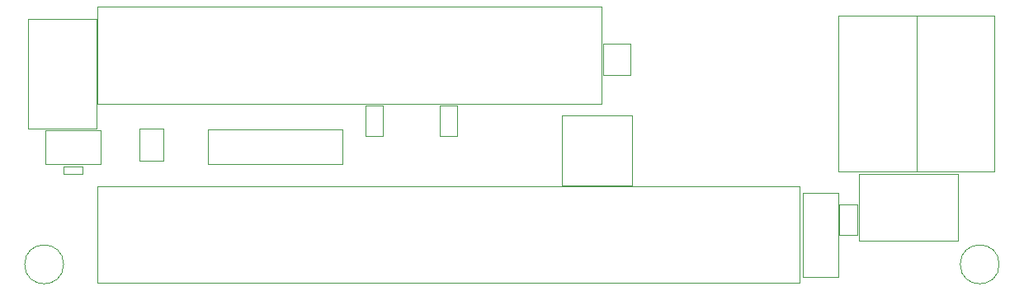
<source format=gbr>
G04 #@! TF.GenerationSoftware,KiCad,Pcbnew,(5.99.0-576-ga860ac506)*
G04 #@! TF.CreationDate,2021-04-05T12:44:30+02:00*
G04 #@! TF.ProjectId,50 pin to 34 pin Floppy Adapter,35302070-696e-4207-946f-203334207069,rev?*
G04 #@! TF.SameCoordinates,Original*
G04 #@! TF.FileFunction,Other,User*
%FSLAX46Y46*%
G04 Gerber Fmt 4.6, Leading zero omitted, Abs format (unit mm)*
G04 Created by KiCad (PCBNEW (5.99.0-576-ga860ac506)) date 2021-04-05 12:44:30*
%MOMM*%
%LPD*%
G04 APERTURE LIST*
%ADD10C,0.050000*%
G04 APERTURE END LIST*
D10*
X27376000Y-21290500D02*
X27376000Y-32570500D01*
X20326000Y-21290500D02*
X27376000Y-21290500D01*
X20326000Y-32570500D02*
X20326000Y-21290500D01*
X27376000Y-32570500D02*
X20326000Y-32570500D01*
X31770000Y-35891500D02*
X31770000Y-32591500D01*
X31770000Y-35891500D02*
X34270000Y-35891500D01*
X34270000Y-32591500D02*
X31770000Y-32591500D01*
X34270000Y-32591500D02*
X34270000Y-35891500D01*
X62600000Y-33302500D02*
X62600000Y-30202500D01*
X62600000Y-33302500D02*
X64400000Y-33302500D01*
X64400000Y-30202500D02*
X62600000Y-30202500D01*
X64400000Y-30202500D02*
X64400000Y-33302500D01*
X24000000Y-46500000D02*
G75*
G03*
X24000000Y-46500000I-2000000J0D01*
G01*
X120000000Y-46500000D02*
G75*
G03*
X120000000Y-46500000I-2000000J0D01*
G01*
X82172000Y-23863500D02*
X79372000Y-23863500D01*
X79372000Y-27063500D02*
X82172000Y-27063500D01*
X79372000Y-27063500D02*
X79372000Y-23863500D01*
X82172000Y-27063500D02*
X82172000Y-23863500D01*
X27430000Y-38464000D02*
X99530000Y-38464000D01*
X27430000Y-48414000D02*
X27430000Y-38464000D01*
X99530000Y-48414000D02*
X27430000Y-48414000D01*
X99530000Y-38464000D02*
X99530000Y-48414000D01*
X22105500Y-32730500D02*
X22105500Y-36230500D01*
X22105500Y-36230500D02*
X27805500Y-36230500D01*
X27805500Y-36230500D02*
X27805500Y-32730500D01*
X27805500Y-32730500D02*
X22105500Y-32730500D01*
X23955500Y-36430000D02*
X25955500Y-36430000D01*
X23955500Y-36430000D02*
X23955500Y-37230000D01*
X25955500Y-37230000D02*
X25955500Y-36430000D01*
X25955500Y-37230000D02*
X23955500Y-37230000D01*
X38840000Y-36217000D02*
X52590000Y-36217000D01*
X52590000Y-36217000D02*
X52590000Y-32617000D01*
X52590000Y-32617000D02*
X38840000Y-32617000D01*
X38840000Y-32617000D02*
X38840000Y-36217000D01*
X54980000Y-33297500D02*
X54980000Y-30197500D01*
X54980000Y-33297500D02*
X56780000Y-33297500D01*
X56780000Y-30197500D02*
X54980000Y-30197500D01*
X56780000Y-30197500D02*
X56780000Y-33297500D01*
X103621000Y-43460000D02*
X103621000Y-40360000D01*
X103621000Y-43460000D02*
X105421000Y-43460000D01*
X105421000Y-40360000D02*
X103621000Y-40360000D01*
X105421000Y-40360000D02*
X105421000Y-43460000D01*
X111500000Y-36919500D02*
X111500000Y-20919500D01*
X111500000Y-20919500D02*
X119500000Y-20919500D01*
X119500000Y-20919500D02*
X119500000Y-36919500D01*
X111500000Y-36919500D02*
X119500000Y-36919500D01*
X103499000Y-36919500D02*
X103499000Y-20919500D01*
X103499000Y-20919500D02*
X111499000Y-20919500D01*
X111499000Y-20919500D02*
X111499000Y-36919500D01*
X103499000Y-36919500D02*
X111499000Y-36919500D01*
X115730500Y-44040000D02*
X105630500Y-44040000D01*
X115730500Y-37240000D02*
X105630500Y-37240000D01*
X115730500Y-44040000D02*
X115730500Y-37240000D01*
X105630500Y-37240000D02*
X105630500Y-44040000D01*
X82316750Y-38374750D02*
X82316750Y-31174750D01*
X75116750Y-38374750D02*
X75116750Y-31174750D01*
X75116750Y-31174750D02*
X82316750Y-31174750D01*
X75116750Y-38374750D02*
X82316750Y-38374750D01*
X27460000Y-20050000D02*
X79210000Y-20050000D01*
X27460000Y-30000000D02*
X27460000Y-20050000D01*
X79210000Y-30000000D02*
X27460000Y-30000000D01*
X79210000Y-20050000D02*
X79210000Y-30000000D01*
X99863500Y-39157500D02*
X99863500Y-47807500D01*
X99863500Y-47807500D02*
X103463500Y-47807500D01*
X103463500Y-47807500D02*
X103463500Y-39157500D01*
X103463500Y-39157500D02*
X99863500Y-39157500D01*
M02*

</source>
